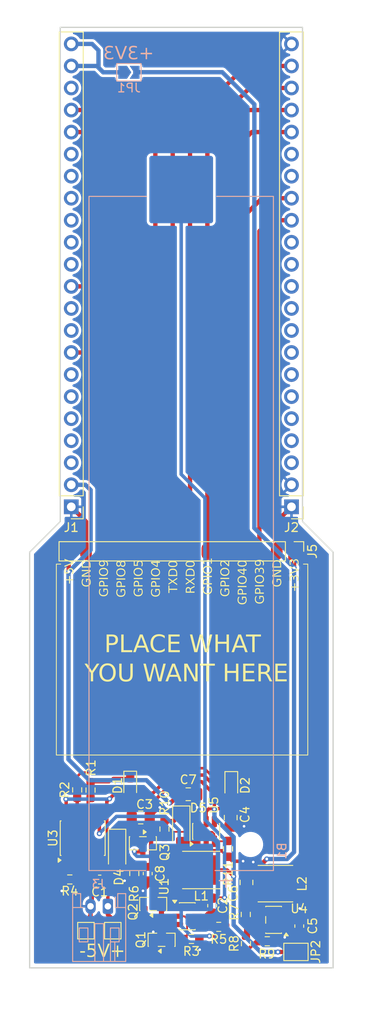
<source format=kicad_pcb>
(kicad_pcb (version 20241229) (generator "pcbnew") (generator_version "9.0")
  (layers (0 "F.Cu" signal) (2 "B.Cu" signal) (13 "F.Paste" user) (15 "B.Paste" user) (5 "F.SilkS" user "F.Silkscreen") (7 "B.SilkS" user "B.Silkscreen") (1 "F.Mask" user) (3 "B.Mask" user) (25 "Edge.Cuts" user))
  (net 0 "")
  (net 1 "/GPIO14")
  (net 2 "/GPIO13")
  (net 3 "/GPIO7")
  (net 4 "/GPIO8")
  (net 5 "/GPIO4")
  (net 6 "/GPIO18")
  (net 7 "/GPIO6")
  (net 8 "/GPIO12")
  (net 9 "/GPIO9")
  (net 10 "/GPIO11")
  (net 11 "+3V3")
  (net 12 "/GPIO17")
  (net 13 "/GPIO10")
  (net 14 "/GPIO5")
  (net 15 "/RST")
  (net 16 "/GPIO16")
  (net 17 "GND")
  (net 18 "+5V")
  (net 19 "/GPIO46")
  (net 20 "/GPIO3")
  (net 21 "/GPIO15")
  (net 22 "/GPIO48")
  (net 23 "/GPIO41")
  (net 24 "/GPIO35")
  (net 25 "/GPIO2")
  (net 26 "/TXD0")
  (net 27 "/GPIO42")
  (net 28 "/USB_DN")
  (net 29 "/USB_DP")
  (net 30 "/VSPI")
  (net 31 "/GPIO36")
  (net 32 "/RXD0")
  (net 33 "/GPIO1")
  (net 34 "/GPIO37")
  (net 35 "/BOOT")
  (net 36 "/GPIO39")
  (net 37 "/GPIO40")
  (net 38 "/GPIO38")
  (net 39 "/GPIO47")
  (net 40 "/GPIO21")
  (net 41 "/Power Manager/VBAT")
  (net 42 "/Power Manager/VBUS")
  (net 43 "Net-(U1-VCC)")
  (net 44 "/Power Manager/VSUP")
  (net 45 "Net-(D1-K)")
  (net 46 "Net-(D2-K)")
  (net 47 "Net-(D5-A)")
  (net 48 "Net-(U4-SW)")
  (net 49 "Net-(Q1-D)")
  (net 50 "Net-(Q1-G)")
  (net 51 "Net-(Q2-G)")
  (net 52 "Net-(U3-~{STDBY})")
  (net 53 "Net-(U3-~{CHRG})")
  (net 54 "Net-(U1-CS)")
  (net 55 "Net-(U3-PROG)")
  (net 56 "Net-(R7-Pad2)")
  (net 57 "Net-(U4-FB)")
  (net 58 "Net-(U5-FB)")
  (net 61 "/Power Manager/GNDV")
  (net 62 "Net-(J1-Pin_21)")
  (net 63 "Net-(JP2-B)")
  (footprint "TestPoint:TestPoint_Pad_1.5x1.5mm" (layer "F.Cu") (at 133.01 148.24)
    (property "Reference" "TP1" (hide yes))
    (property "Value" "TestPoint")
  )
  (footprint "Diode_SMD:D_SOD-123" (layer "F.Cu") (at 133.51 138.91 -90)
    (property "Reference" "D4")
    (property "Value" "1N5819")
  )
  (footprint "Inductor_SMD:L_Taiyo-Yuden_MD-4040" (layer "F.Cu") (at 151.76875 142.82125 180)
    (property "Reference" "L2")
    (property "Value" "2.2uH")
  )
  (footprint "Capacitor_SMD:C_0805_2012Metric_Pad1.18x1.45mm_HandSolder" (layer "F.Cu") (at 148.42875 142.68125 90)
    (property "Reference" "C6")
    (property "Value" "10uF")
  )
  (footprint "Package_TO_SOT_SMD:SOT-23-6" (layer "F.Cu") (at 143.7775 136.8 90)
    (property "Reference" "U5")
    (property "Value" "SDB628")
  )
  (footprint "Capacitor_SMD:C_0603_1608Metric_Pad1.08x0.95mm_HandSolder" (layer "F.Cu") (at 131.5 142.3475 180)
    (property "Reference" "C1")
    (property "Value" "4.7uF")
  )
  (footprint "Capacitor_SMD:C_0603_1608Metric" (layer "F.Cu") (at 137.04 141.66 -90)
    (property "Reference" "C8")
    (property "Value" "1uF")
  )
  (footprint "Package_TO_SOT_SMD:SOT-23-6" (layer "F.Cu") (at 141.6 146.5783)
    (property "Reference" "U1")
    (property "Value" "DW01A")
  )
  (footprint "Inductor_SMD:L_Coilcraft_XxL4030" (layer "F.Cu") (at 143.21 141.25 180)
    (property "Reference" "L1")
    (property "Value" "22uH")
  )
  (footprint "Jumper:SolderJumper-2_P1.3mm_Open_TrianglePad1.0x1.5mm" (layer "F.Cu") (at 154.135 150.69)
    (property "Reference" "JP2")
    (property "Value" "Jumper_2_Open")
  )
  (footprint "Resistor_SMD:R_0603_1608Metric_Pad0.98x0.95mm_HandSolder" (layer "F.Cu") (at 128.9025 132.0175 90)
    (property "Reference" "R2")
    (property "Value" "470")
  )
  (footprint "Resistor_SMD:R_0603_1608Metric" (layer "F.Cu") (at 145.23 147.8 180)
    (property "Reference" "R5")
    (property "Value" "100")
  )
  (footprint "Capacitor_SMD:C_0603_1608Metric_Pad1.08x0.95mm_HandSolder" (layer "F.Cu") (at 144.47 145.36 90)
    (property "Reference" "C2")
    (property "Value" "100nF")
  )
  (footprint "Package_TO_SOT_SMD:SOT-23-5" (layer "F.Cu") (at 151.55875 146.99375 180)
    (property "Reference" "U4")
    (property "Value" "TLV62565DBVR")
  )
  (footprint "Resistor_SMD:R_0603_1608Metric_Pad0.98x0.95mm_HandSolder" (layer "F.Cu") (at 148.36875 149.73125 -90)
    (property "Reference" "R8")
    (property "Value" "510k")
  )
  (footprint "Capacitor_SMD:C_0805_2012Metric_Pad1.18x1.45mm_HandSolder" (layer "F.Cu") (at 141.7125 132.52)
    (property "Reference" "C7")
    (property "Value" "22uF")
  )
  (footprint "Package_SO:SOP-8_3.76x4.96mm_P1.27mm" (layer "F.Cu") (at 129.5375 137.58 90)
    (property "Reference" "U3")
    (property "Value" "TP4056")
  )
  (footprint "Resistor_SMD:R_0603_1608Metric_Pad0.98x0.95mm_HandSolder" (layer "F.Cu") (at 150.83 149.46)
    (property "Reference" "R9")
    (property "Value" "120k")
  )
  (footprint "Resistor_SMD:R_0603_1608Metric" (layer "F.Cu") (at 135.49 141.66 90)
    (property "Reference" "R6")
    (property "Value" "100k")
  )
  (footprint "Connector_PinHeader_2.00mm:PinHeader_1x14_P2.00mm_Vertical" (layer "F.Cu") (at 153.92 104.5266 -90)
    (property "Reference" "J5")
    (property "Value" "Conn_01x15")
  )
  (footprint "Connector_PinHeader_2.54mm:PinHeader_1x22_P2.54mm_Vertical" (layer "F.Cu") (at 153.62 99.4 180)
    (property "Reference" "J2")
    (property "Value" "Conn_01x22")
  )
  (footprint "Package_TO_SOT_SMD:SOT-23" (layer "F.Cu") (at 136.48 138.17 -90)
    (property "Reference" "Q3")
    (property "Value" "DMP2160U-7")
  )
  (footprint "Diode_SMD:D_SOD-123" (layer "F.Cu") (at 140.91 136.23 -90)
    (property "Reference" "D5")
    (property "Value" "1N5819")
  )
  (footprint "Connector_PinHeader_2.54mm:PinHeader_1x22_P2.54mm_Vertical" (layer "F.Cu") (at 128.22 99.4 180)
    (property "Reference" "J1")
    (property "Value" "Conn_01x22")
  )
  (footprint "Resistor_SMD:R_0603_1608Metric_Pad0.98x0.95mm_HandSolder" (layer "F.Cu") (at 148.34875 146.37125 -90)
    (property "Reference" "R7")
    (property "Value" "30k")
  )
  (footprint "TestPoint:TestPoint_Pad_1.5x1.5mm" (layer "F.Cu") (at 129.91 148.24)
    (property "Reference" "TP2" (hide yes))
    (property "Value" "TestPoint")
  )
  (footprint "Capacitor_SMD:C_0603_1608Metric_Pad1.08x0.95mm_HandSolder" (layer "F.Cu") (at 154.51875 147.71 90)
    (property "Reference" "C5")
    (property "Value" "4.7uF")
  )
  (footprint "Capacitor_SMD:C_0805_2012Metric_Pad1.18x1.45mm_HandSolder" (layer "F.Cu") (at 146.61 135.21 -90)
    (property "Reference" "C4")
    (property "Value" "22uF")
  )
  (footprint "Package_TO_SOT_SMD:SOT-23" (layer "F.Cu") (at 137.67 145.1625 90)
    (property "Reference" "Q2")
    (property "Value" "Q_NMOS_DGS")
  )
  (footprint "Package_TO_SOT_SMD:SOT-23" (layer "F.Cu") (at 138.64 149.29 90)
    (property "Reference" "Q1")
    (property "Value" "Q_NMOS_DGS")
  )
  (footprint "Capacitor_SMD:C_0805_2012Metric_Pad1.18x1.45mm_HandSolder" (layer "F.Cu") (at 136.23 135.2)
    (property "Reference" "C3")
    (property "Value" "22uF")
  )
  (footprint "LED_SMD:LED_0603_1608Metric_Pad1.05x0.95mm_HandSolder" (layer "F.Cu") (at 146.68 131.57 -90)
    (property "Reference" "D2")
    (property "Value" "STAT")
  )
  (footprint "Resistor_SMD:R_0603_1608Metric_Pad0.98x0.95mm_HandSolder" (layer "F.Cu") (at 130.4425 132.04 90)
    (property "Reference" "R1")
    (property "Value" "1k")
  )
  (footprint "LED_SMD:LED_0603_1608Metric_Pad1.05x0.95mm_HandSolder" (layer "F.Cu") (at 135.02 131.5266 -90)
    (property "Reference" "D1")
    (property "Value" "STA")
  )
  (footprint "Resistor_SMD:R_0603_1608Metric_Pad0.98x0.95mm_HandSolder" (layer "F.Cu") (at 146.3025 138.81 -90)
    (property "Reference" "R11")
    (property "Value" "2.2k")
  )
  (footprint "Resistor_SMD:R_0603_1608Metric_Pad0.98x0.95mm_HandSolder" (layer "F.Cu") (at 142.08 149.19 180)
    (property "Reference" "R3")
    (property "Value" "1k")
  )
  (footprint "Resistor_SMD:R_0603_1608Metric_Pad0.98x0.95mm_HandSolder" (layer "F.Cu") (at 138.97 136.53 -90)
    (property "Reference" "R10")
    (property "Value" "16.2k")
  )
  (footprint "Resistor_SMD:R_0603_1608Metric_Pad0.98x0.95mm_HandSolder" (layer "F.Cu") (at 128.05 142.34)
    (property "Reference" "R4")
    (property "Value" "1.2k")
  )
  (footprint "MR-footprint:BatteryHolder_MYOUNG_B1BA002_1x18650" (layer "B.Cu") (at 140.9 102.47 -90)
    (property "Reference" "B1")
    (property "Value" "BH-18650-B1BA002")
  )
  (footprint "Connector_JST:JST_PH_S2B-PH-K_1x02_P2.00mm_Horizontal" (layer "B.Cu") (at 132.44 145.43 180)
    (property "Reference" "J3")
    (property "Value" "Conn_01x02")
  )
  (footprint "Jumper:SolderJumper-2_P1.3mm_Open_TrianglePad1.0x1.5mm" (layer "B.Cu") (at 134.87 49.33)
    (property "Reference" "JP1")
    (property "Value" "Jumper_2_Open")
  )
  (gr_line (start 126.5 106) (end 127 106) (stroke (width 0.1)) (layer "F.SilkS"))
  (gr_line (start 155.5 128) (end 126.5 128) (stroke (width 0.1)) (layer "F.SilkS"))
  (gr_line (start 126.5 128) (end 126.5 106) (stroke (width 0.1)) (layer "F.SilkS"))
  (gr_line (start 155 106) (end 155.5 106) (stroke (width 0.1)) (layer "F.SilkS"))
  (gr_line (start 155.5 106) (end 155.5 128) (stroke (width 0.1)) (layer "F.SilkS"))
  (gr_line (start 158.42 104.62) (end 154.89 101.09) (stroke (width 0.15)) (layer "Edge.Cuts"))
  (gr_line (start 158.42 152.5266) (end 123.42 152.5266) (stroke (width 0.15)) (layer "Edge.Cuts"))
  (gr_line (start 154.89 101.09) (end 154.89 44.15) (stroke (width 0.15)) (layer "Edge.Cuts"))
  (gr_line (start 126.95 44.15) (end 126.95 101.09) (stroke (width 0.15)) (layer "Edge.Cuts"))
  (gr_line (start 154.89 44.15) (end 126.95 44.15) (stroke (width 0.15)) (layer "Edge.Cuts"))
  (gr_line (start 123.42 104.62) (end 126.95 101.09) (stroke (width 0.15)) (layer "Edge.Cuts"))
  (gr_line (start 158.42 104.62) (end 158.42 152.5266) (stroke (width 0.15)) (layer "Edge.Cuts"))
  (gr_line (start 123.42 152.5266) (end 123.42 104.62) (stroke (width 0.15)) (layer "Edge.Cuts"))
  (gr_text "GPIO1" (at 144.608876 109.561975 90) (layer "F.SilkS") (effects (font (size 1 1) (thickness 0.1)) (justify left bottom)))
  (gr_text "GND" (at 152.601775 108.67 90) (layer "F.SilkS") (effects (font (size 1 1) (thickness 0.1)) (justify left bottom)))
  (gr_text "GPIO8" (at 134.617752 109.853112 90) (layer "F.SilkS") (effects (font (size 1 1) (thickness 0.1)) (justify left bottom)))
  (gr_text "GPIO40" (at 148.605325 110.719686 90) (layer "F.SilkS") (effects (font (size 1 1) (thickness 0.1)) (justify left bottom)))
  (gr_text "-5V+" (at 129.15 151.52 0) (layer "F.SilkS") (effects (font (size 1.5 1.5) (thickness 0.1)) (justify left bottom)))
  (gr_text "TXD0" (at 140.612426 109.330433 90) (layer "F.SilkS") (effects (font (size 1 1) (thickness 0.1)) (justify left bottom)))
  (gr_text "GPIO5" (at 136.615976 109.794494 90) (layer "F.SilkS") (effects (font (size 1 1) (thickness 0.1)) (justify left bottom)))
  (gr_text "PLACE WHAT \nYOU WANT HERE" (at 141.5 117 0) (layer "F.SilkS") (effects (font (size 2 2) (thickness 0.1))))
  (gr_text "GPIO2" (at 146.607101 109.784724 90) (layer "F.SilkS") (effects (font (size 1 1) (thickness 0.1)) (justify left bottom)))
  (gr_text "GPIO4" (at 138.614201 109.831619 90) (layer "F.SilkS") (effects (font (size 1 1) (thickness 0.1)) (justify left bottom)))
  (gr_text "GPIO9" (at 132.619527 109.79254 90) (layer "F.SilkS") (effects (font (size 1 1) (thickness 0.1)) (justify left bottom)))
  (gr_text "+3V3" (at 154.6 109.229805 90) (layer "F.SilkS") (effects (font (size 1 1) (thickness 0.1)) (justify left bottom)))
  (gr_text "RXD0" (at 142.610651 109.436922 90) (layer "F.SilkS") (effects (font (size 1 1) (thickness 0.1)) (justify left bottom)))
  (gr_text "GPIO39" (at 150.60355 110.633712 90) (layer "F.SilkS") (effects (font (size 1 1) (thickness 0.1)) (justify left bottom)))
  (gr_text "+5V" (at 128.623077 108.396448 90) (layer "F.SilkS") (effects (font (size 1 1) (thickness 0.1)) (justify left bottom)))
  (gr_text "GND" (at 130.621302 108.67 90) (layer "F.SilkS") (effects (font (size 1 1) (thickness 0.1)) (justify left bottom)))
  (gr_text "+3V3" (at 137.76 48.08 0) (layer "B.SilkS") (effects (font (size 1.5 1.5) (thickness 0.1)) (justify left bottom mirror)))
  (segment (start 133.92 104.5266) (end 133.92 76) (width 0.5) (layer "F.Cu") (net 4))
  (segment (start 133.92 76) (end 131.92 74) (width 0.5) (layer "F.Cu") (net 4))
  (segment (start 131.92 74) (end 128.22 74) (width 0.5) (layer "F.Cu") (net 4))
  (segment (start 137.92 56.75) (end 134.85 53.68) (width 0.5) (layer "F.Cu") (net 5))
  (segment (start 137.92 104.5266) (end 137.92 56.75) (width 0.5) (layer "F.Cu") (net 5))
  (segment (start 134.85 53.68) (end 128.22 53.68) (width 0.5) (layer "F.Cu") (net 5))
  (segment (start 130.74 81.62) (end 128.22 81.62) (width 0.5) (layer "F.Cu") (net 9))
  (segment (start 131.92 82.8) (end 130.74 81.62) (width 0.5) (layer "F.Cu") (net 9))
  (segment (start 131.92 104.5266) (end 131.92 82.8) (width 0.5) (layer "F.Cu") (net 9))
  (segment (start 149.47125 143.71875) (end 150.36875 142.82125) (width 0.5) (layer "F.Cu") (net 11))
  (segment (start 150.36875 142.82125) (end 150.36875 140.38125) (width 0.5) (layer "F.Cu") (net 11))
  (segment (start 153.92 106.43) (end 153.92 104.5266) (width 0.5) (layer "F.Cu") (net 11))
  (segment (start 148.42875 143.71875) (end 149.47125 143.71875) (width 0.5) (layer "F.Cu") (net 11))
  (segment (start 148.34875 143.79875) (end 148.42875 143.71875) (width 0.5) (layer "F.Cu") (net 11))
  (segment (start 148.34875 145.45875) (end 148.34875 143.79875) (width 0.5) (layer "F.Cu") (net 11))
  (segment (start 150.36875 140.38125) (end 150.77 139.98) (width 0.5) (layer "F.Cu") (net 11))
  (via (at 150.77 139.98) (size 0.6) (drill 0.3) (layers "F.Cu" "B.Cu") (net 11))
  (via (at 153.92 106.43) (size 0.6) (drill 0.3) (layers "F.Cu" "B.Cu") (net 11))
  (segment (start 145.64 49.32) (end 149.34 53.02) (width 0.5) (layer "B.Cu") (net 11))
  (segment (start 149.34 101.85) (end 153.92 106.43) (width 0.5) (layer "B.Cu") (net 11))
  (segment (start 153.12 139.98) (end 150.77 139.98) (width 0.5) (layer "B.Cu") (net 11))
  (segment (start 153.92 106.43) (end 153.92 139.18) (width 0.5) (layer "B.Cu") (net 11))
  (segment (start 135.600903 49.33) (end 135.600903 49.324097) (width 0.5) (layer "B.Cu") (net 11))
  (segment (start 135.600903 49.324097) (end 135.605 49.32) (width 0.5) (layer "B.Cu") (net 11))
  (segment (start 153.92 139.18) (end 153.12 139.98) (width 0.5) (layer "B.Cu") (net 11))
  (segment (start 149.34 53.02) (end 149.34 101.85) (width 0.5) (layer "B.Cu") (net 11))
  (segment (start 135.605 49.32) (end 145.64 49.32) (width 0.5) (layer "B.Cu") (net 11))
  (segment (start 135.92 57.9) (end 134.24 56.22) (width 0.5) (layer "F.Cu") (net 14))
  (segment (start 135.92 104.5266) (end 135.92 57.9) (width 0.5) (layer "F.Cu") (net 14))
  (segment (start 134.24 56.22) (end 128.22 56.22) (width 0.5) (layer "F.Cu") (net 14))
  (segment (start 145.61 139.03) (end 146.3025 139.7225) (width 0.4) (layer "F.Cu") (net 17))
  (segment (start 144.18 139.03) (end 145.61 139.03) (width 0.4) (layer "F.Cu") (net 17))
  (segment (start 148.1125 136.2475) (end 148.15 136.21) (width 0.3) (layer "F.Cu") (net 17))
  (segment (start 142.9925 150.3925) (end 143.03 150.43) (width 0.4) (layer "F.Cu") (net 17))
  (segment (start 142.75 132.52) (end 142.75 134.0225) (width 0.3) (layer "F.Cu") (net 17))
  (segment (start 146.61 136.2475) (end 148.1125 136.2475) (width 0.3) (layer "F.Cu") (net 17))
  (segment (start 149.21 140.33) (end 149.21 140.8625) (width 0.4) (layer "F.Cu") (net 17))
  (segment (start 129.91 147.08) (end 130.44 146.55) (width 0.5) (layer "F.Cu") (net 17))
  (segment (start 130.1725 141.8825) (end 130.6375 142.3475) (width 0.4) (layer "F.Cu") (net 17))
  (segment (start 138.4275 134.04) (end 137.2675 135.2) (width 0.3) (layer "F.Cu") (net 17))
  (segment (start 152.1925 149.01) (end 151.7425 149.46) (width 0.4) (layer "F.Cu") (net 17))
  (segment (start 130.6375 145.2325) (end 130.44 145.43) (width 0.4) (layer "F.Cu") (net 17))
  (segment (start 154.47375 146.99375) (end 154.51875 146.94875) (width 0.4) (layer "F.Cu") (net 17))
  (segment (start 129.92 104.5266) (end 129.92 101.1) (width 0.5) (layer "F.Cu") (net 17))
  (segment (start 129.91 148.24) (end 129.91 147.08) (width 0.5) (layer "F.Cu") (net 17))
  (segment (start 149.21 140.8625) (end 148.42875 141.64375) (width 0.4) (layer "F.Cu") (net 17))
  (segment (start 151.92 104.5266) (end 151.92 101.1) (width 0.5) (layer "F.Cu") (net 17))
  (segment (start 143.7775 138.6275) (end 144.18 139.03) (width 0.4) (layer "F.Cu") (net 17))
  (segment (start 138.0625 148.3525) (end 138.64 148.3525) (width 0.4) (layer "F.Cu") (net 17))
  (segment (start 154.51875 145.74125) (end 154.57875 145.68125) (width 0.5) (layer "F.Cu") (net 17))
  (segment (start 148.04 140.23) (end 148.03 140.24) (width 0.4) (layer "F.Cu") (net 17))
  (segment (start 138.045 148.37) (end 138.0625 148.3525) (width 0.4) (layer "F.Cu") (net 17))
  (segment (start 152.69625 146.99375) (end 154.47375 146.99375) (width 0.4) (layer "F.Cu") (net 17))
  (segment (start 129.92 101.1) (end 128.22 99.4) (width 0.5) (layer "F.Cu") (net 17))
  (segment (start 146.82 140.24) (end 146.3025 139.7225) (width 0.4) (layer "F.Cu") (net 17))
  (segment (start 127.6325 141.845) (end 127.1375 142.34) (width 0.4) (layer "F.Cu") (net 17))
  (segment (start 134.375 142.485) (end 135.49 142.485) (width 0.4) (layer "F.Cu") (net 17))
  (segment (start 154.51875 146.94875) (end 154.51875 146.8475) (width 0.4) (layer "F.Cu") (net 17))
  (segment (start 136.49 143.65) (end 137.04 143.1) (width 0.4) (layer "F.Cu") (net 17))
  (segment (start 151.92 101.1) (end 153.62 99.4) (width 0.5) (layer "F.Cu") (net 17))
  (segment (start 137.68 148.37) (end 138.045 148.37) (width 0.4) (layer "F.Cu") (net 17))
  (segment (start 154.51875 146.8475) (end 154.51875 145.74125) (width 0.5) (layer "F.Cu") (net 17))
  (segment (start 143.7775 137.9375) (end 143.7775 138.6275) (width 0.4) (layer "F.Cu") (net 17))
  (segment (start 130.1725 140.1175) (end 130.1725 141.8825) (width 0.4) (layer "F.Cu") (net 17))
  (segment (start 127.6325 140.1175) (end 127.6325 141.845) (width 0.4) (layer "F.Cu") (net 17))
  (segment (start 127.1375 142.34) (end 127.1375 143.6425) (width 0.4) (layer "F.Cu") (net 17))
  (segment (start 137.04 143.1) (end 137.04 142.435) (width 0.4) (layer "F.Cu") (net 17))
  (segment (start 142.75 134.0225) (end 142.7425 134.03) (width 0.3) (layer "F.Cu") (net 17))
  (segment (start 130.6375 142.3475) (end 130.6375 145.2325) (width 0.4) (layer "F.Cu") (net 17))
  (segment (start 152.84 149.01) (end 152.1925 149.01) (width 0.4) (layer "F.Cu") (net 17))
  (segment (start 127.1375 143.6425) (end 127.12 143.66) (width 0.4) (layer "F.Cu") (net 17))
  (segment (start 142.9925 149.19) (end 142.9925 150.3925) (width 0.4) (layer "F.Cu") (net 17))
  (segment (start 148.03 140.24) (end 146.82 140.24) (width 0.4) (layer "F.Cu") (net 17))
  (segment (start 130.44 146.55) (end 130.44 145.43) (width 0.5) (layer "F.Cu") (net 17))
  (via (at 152.84 149.01) (size 0.6) (drill 0.3) (layers "F.Cu" "B.Cu") (net 17))
  (via (at 142.7425 134.03) (size 0.6) (drill 0.3) (layers "F.Cu" "B.Cu") (net 17))
  (via (at 136.49 143.65) (size 0.6) (drill 0.3) (layers "F.Cu" "B.Cu") (net 17))
  (via (at 138.4275 134.04) (size 0.6) (drill 0.3) (layers "F.Cu" "B.Cu") (net 17))
  (via (at 137.68 148.37) (size 0.6) (drill 0.3) (layers "F.Cu" "B.Cu") (net 17))
  (via (at 154.57875 145.68125) (size 0.6) (drill 0.3) (layers "F.Cu" "B.Cu") (net 17))
  (via (at 148.04 140.23) (size 0.6) (drill 0.3) (layers "F.Cu" "B.Cu") (net 17))
  (via (at 127.12 143.66) (size 0.6) (drill 0.3) (layers "F.Cu" "B.Cu") (net 17))
  (via (at 134.375 142.485) (size 0.6) (drill 0.3) (layers "F.Cu" "B.Cu") (net 17))
  (via (at 143.03 150.43) (size 0.6) (drill 0.3) (layers "F.Cu" "B.Cu") (net 17))
  (via (at 149.21 140.33) (size 0.6) (drill 0.3) (layers "F.Cu" "B.Cu") (net 17))
  (via (at 148.15 136.21) (size 0.6) (drill 0.3) (layers "F.Cu" "B.Cu") (net 17))
  (segment (start 140.7425 134.2625) (end 140.7425 132.5875) (width 0.5) (layer "F.Cu") (net 18))
  (segment (start 140.86 134.63) (end 140.86 134.78) (width 0.5) (layer "F.Cu") (net 18))
  (segment (start 140.86 134.78) (end 140.0225 135.6175) (width 0.5) (layer "F.Cu") (net 18))
  (segment (start 140.91 134.43) (end 140.7425 134.2625) (width 0.5) (layer "F.Cu") (net 18))
  (segment (start 127.92 104.5266) (end 127.92 106.84) (width 0.5) (layer "F.Cu") (net 18))
  (segment (start 140.91 134.58) (end 140.86 134.63) (width 0.5) (layer "F.Cu") (net 18))
  (segment (start 127.92 106.84) (end 127.95 106.87) (width 0.5) (layer "F.Cu") (net 18))
  (segment (start 139.53 133.54) (end 139.655 133.54) (width 0.5) (layer "F.Cu") (net 18))
  (segment (start 140.0225 135.6175) (end 138.97 135.6175) (width 0.5) (layer "F.Cu") (net 18))
  (segment (start 140.91 134.58) (end 140.91 134.43) (width 0.5) (layer "F.Cu") (net 18))
  (segment (start 139.655 133.54) (end 140.675 132.52) (width 0.5) (layer "F.Cu") (net 18))
  (segment (start 140.7425 132.5875) (end 140.675 132.52) (width 0.5) (layer "F.Cu") (net 18))
  (via (at 139.53 133.54) (size 0.6) (drill 0.3) (layers "F.Cu" "B.Cu") (net 18))
  (via (at 127.95 106.87) (size 0.6) (drill 0.3) (layers "F.Cu" "B.Cu") (net 18))
  (segment (start 127.9 128.51) (end 127.9 106.92) (width 0.5) (layer "B.Cu") (net 18))
  (segment (start 129.85 96.86) (end 128.22 96.86) (width 0.5) (layer "B.Cu") (net 18))
  (segment (start 136.89 130.9) (end 130.29 130.9) (width 0.5) (layer "B.Cu") (net 18))
  (segment (start 127.9 106.92) (end 130.45 104.37) (width 0.5) (layer "B.Cu") (net 18))
  (segment (start 130.45 97.46) (end 129.85 96.86) (width 0.5) (layer "B.Cu") (net 18))
  (segment (start 139.53 133.54) (end 136.89 130.9) (width 0.5) (layer "B.Cu") (net 18))
  (segment (start 130.45 104.37) (end 130.45 97.46) (width 0.5) (layer "B.Cu") (net 18))
  (segment (start 130.29 130.9) (end 127.9 128.51) (width 0.5) (layer "B.Cu") (net 18))
  (segment (start 149.04 56.22) (end 153.62 56.22) (width 0.5) (layer "F.Cu") (net 25))
  (segment (start 145.92 59.34) (end 149.04 56.22) (width 0.5) (layer "F.Cu") (net 25))
  (segment (start 145.92 104.5266) (end 145.92 59.34) (width 0.5) (layer "F.Cu") (net 25))
  (segment (start 139.92 57) (end 148.32 48.6) (width 0.5) (layer "F.Cu") (net 26))
  (segment (start 139.92 104.5266) (end 139.92 57) (width 0.5) (layer "F.Cu") (net 26))
  (segment (start 148.32 48.6) (end 153.62 48.6) (width 0.5) (layer "F.Cu") (net 26))
  (segment (start 148.79 51.14) (end 153.62 51.14) (width 0.5) (layer "F.Cu") (net 32))
  (segment (start 141.92 58.01) (end 148.79 51.14) (width 0.5) (layer "F.Cu") (net 32))
  (segment (start 141.92 104.5266) (end 141.92 58.01) (width 0.5) (layer "F.Cu") (net 32))
  (segment (start 148.62 53.68) (end 153.62 53.68) (width 0.5) (layer "F.Cu") (net 33))
  (segment (start 143.92 58.38) (end 148.62 53.68) (width 0.5) (layer "F.Cu") (net 33))
  (segment (start 143.92 104.5266) (end 143.92 58.38) (width 0.5) (layer "F.Cu") (net 33))
  (segment (start 149.92 67.64) (end 151.18 66.38) (width 0.5) (layer "F.Cu") (net 36))
  (segment (start 149.92 104.5266) (end 149.92 67.64) (width 0.5) (layer "F.Cu") (net 36))
  (segment (start 151.18 66.38) (end 153.62 66.38) (width 0.5) (layer "F.Cu") (net 36))
  (segment (start 147.92 66.14) (end 150.22 63.84) (width 0.5) (layer "F.Cu") (net 37))
  (segment (start 147.92 104.5266) (end 147.92 66.14) (width 0.5) (layer "F.Cu") (net 37))
  (segment (start 150.22 63.84) (end 153.62 63.84) (width 0.5) (layer "F.Cu") (net 37))
  (segment (start 144.995 148.86) (end 146.055 147.8) (width 0.4) (layer "F.Cu") (net 41))
  (segment (start 131.46 137.05) (end 131.46 135.06) (width 0.4) (layer "F.Cu") (net 41))
  (segment (start 144.15 148.86) (end 144.995 148.86) (width 0.4) (layer "F.Cu") (net 41))
  (segment (start 135.5025 139.1075) (end 135.5 139.11) (width 0.5) (layer "F.Cu") (net 41))
  (segment (start 131.46 135.06) (end 131.4425 135.0425) (width 0.4) (layer "F.Cu") (net 41))
  (segment (start 136.48 139.1075) (end 135.5025 139.1075) (width 0.5) (layer "F.Cu") (net 41))
  (via (at 135.5 139.11) (size 0.6) (drill 0.3) (layers "F.Cu" "B.Cu") (net 41))
  (via (at 131.46 137.05) (size 0.6) (drill 0.3) (layers "F.Cu" "B.Cu") (net 41))
  (via (at 144.15 148.86) (size 0.6) (drill 0.3) (layers "F.Cu" "B.Cu") (net 41))
  (segment (start 140.42 142.1) (end 140.9 142.1) (width 0.4) (layer "B.Cu") (net 41))
  (segment (start 131.46 137.05) (end 133.44 135.07) (width 0.4) (layer "B.Cu") (net 41))
  (segment (start 140.67 136.67) (end 140.67 142.33) (width 0.4) (layer "B.Cu") (net 41))
  (segment (start 133.44 135.07) (end 139.07 135.07) (width 0.4) (layer "B.Cu") (net 41))
  (segment (start 135.8 139.67) (end 137.99 139.67) (width 0.4) (layer "B.Cu") (net 41))
  (segment (start 137.99 139.67) (end 140.42 142.1) (width 0.4) (layer "B.Cu") (net 41))
  (segment (start 142.05 148.86) (end 140.9 147.71) (width 0.4) (layer "B.Cu") (net 41))
  (segment (start 135.5 139.11) (end 135.5 139.37) (width 0.4) (layer "B.Cu") (net 41))
  (segment (start 135.5 139.37) (end 135.8 139.67) (width 0.4) (layer "B.Cu") (net 41))
  (segment (start 144.15 148.86) (end 142.05 148.86) (width 0.4) (layer "B.Cu") (net 41))
  (segment (start 140.9 147.71) (end 140.9 142.1) (width 0.4) (layer "B.Cu") (net 41))
  (segment (start 140.67 142.33) (end 140.9 142.1) (width 0.4) (layer "B.Cu") (net 41))
  (segment (start 139.07 135.07) (end 140.67 136.67) (width 0.4) (layer "B.Cu") (net 41))
  (segment (start 145.625 132.445) (end 146.68 132.445) (width 0.4) (layer "F.Cu") (net 42))
  (segment (start 132.44 146.39) (end 132.44 145.43) (width 0.5) (layer "F.Cu") (net 42))
  (segment (start 132.64 133.04) (end 133.2784 132.4016) (width 0.4) (layer "F.Cu") (net 42))
  (segment (start 127.6325 135.0425) (end 127.6325 133.1125) (width 0.4) (layer "F.Cu") (net 42))
  (segment (start 135.49 140.835) (end 134.675 140.835) (width 0.4) (layer "F.Cu") (net 42))
  (segment (start 137.6384 132.4016) (end 139.73 130.31) (width 0.4) (layer "F.Cu") (net 42))
  (segment (start 137.43 137.2325) (end 137.43 140.495) (width 0.5) (layer "F.Cu") (net 42))
  (segment (start 132.32 138) (end 132.32 133.36) (width 0.4) (layer "F.Cu") (net 42))
  (segment (start 131.885 140.56) (end 133.51 140.56) (width 0.4) (layer "F.Cu") (net 42))
  (segment (start 137.04 140.885) (end 136.99 140.835) (width 0.5) (layer "F.Cu") (net 42))
  (segment (start 131.4425 138.8775) (end 132.32 138) (width 0.4) (layer "F.Cu") (net 42))
  (segment (start 137.43 140.495) (end 137.04 140.885) (width 0.5) (layer "F.Cu") (net 42))
  (segment (start 133.2784 132.4016) (end 135.02 132.4016) (width 0.4) (layer "F.Cu") (net 42))
  (segment (start 131.4425 140.1175) (end 131.4425 141.4275) (width 0.4) (layer "F.Cu") (net 42))
  (segment (start 143.49 130.31) (end 145.625 132.445) (width 0.4) (layer "F.Cu") (net 42))
  (segment (start 134.4 140.56) (end 133.51 140.56) (width 0.4) (layer "F.Cu") (net 42))
  (segment (start 131.4425 140.1175) (end 131.885 140.56) (width 0.4) (layer "F.Cu") (net 42))
  (segment (start 131.4425 140.1175) (end 131.4425 138.8775) (width 0.4) (layer "F.Cu") (net 42))
  (segment (start 127.6325 133.1125) (end 127.6 133.08) (width 0.4) (layer "F.Cu") (net 42))
  (segment (start 139.73 130.31) (end 143.49 130.31) (width 0.4) (layer "F.Cu") (net 42))
  (segment (start 135.02 132.4016) (end 137.6384 132.4016) (width 0.4) (layer "F.Cu") (net 42))
  (segment (start 132.32 133.36) (end 132.64 133.04) (width 0.4) (layer "F.Cu") (net 42))
  (segment (start 134.675 140.835) (end 134.4 140.56) (width 0.4) (layer "F.Cu") (net 42))
  (segment (start 131.4425 141.4275) (end 132.3625 142.3475) (width 0.4) (layer "F.Cu") (net 42))
  (segment (start 132.44 142.425) (end 132.3625 142.3475) (width 0.4) (layer "F.Cu") (net 42))
  (segment (start 132.44 145.43) (end 132.44 142.425) (width 0.4) (layer "F.Cu") (net 42))
  (segment (start 133.01 148.24) (end 133.01 146.96) (width 0.5) (layer "F.Cu") (net 42))
  (segment (start 136.99 140.835) (end 135.49 140.835) (width 0.5) (layer "F.Cu") (net 42))
  (segment (start 133.01 146.96) (end 132.44 146.39) (width 0.5) (layer "F.Cu") (net 42))
  (via (at 132.64 133.04) (size 0.6) (drill 0.3) (layers "F.Cu" "B.Cu") (net 42))
  (via (at 127.6 133.08) (size 0.6) (drill 0.3) (layers "F.Cu" "B.Cu") (net 42))
  (segment (start 132.6 133.08) (end 132.64 133.04) (width 0.4) (layer "B.Cu") (net 42))
  (segment (start 127.6 133.08) (end 132.6 133.08) (width 0.4) (layer "B.Cu") (net 42))
  (segment (start 144.405 147.8) (end 144.47 147.735) (width 0.4) (layer "F.Cu") (net 43))
  (segment (start 142.7375 146.5783) (end 143.6117 146.5783) (width 0.4) (layer "F.Cu") (net 43))
  (segment (start 143.9675 146.2225) (end 144.47 146.2225) (width 0.4) (layer "F.Cu") (net 43))
  (segment (start 143.6117 146.5783) (end 143.9675 146.2225) (width 0.4) (layer "F.Cu") (net 43))
  (segment (start 144.47 147.735) (end 144.47 146.2225) (width 0.4) (layer "F.Cu") (net 43))
  (segment (start 137.65 133.43) (end 135.63 133.43) (width 0.4) (layer "F.Cu") (net 44))
  (segment (start 143.25 131.07) (end 140.01 131.07) (width 0.4) (layer "F.Cu") (net 44))
  (segment (start 146.95 141.99) (end 146.21 141.25) (width 0.4) (layer "F.Cu") (net 44))
  (segment (start 133.51 137.26) (end 135.5025 137.26) (width 0.4) (layer "F.Cu") (net 44))
  (segment (start 140.01 131.07) (end 137.65 133.43) (width 0.4) (layer "F.Cu") (net 44))
  (segment (start 135.53 135.5375) (end 135.1925 135.2) (width 0.4) (layer "F.Cu") (net 44))
  (segment (start 144.7275 134.2375) (end 144.6625 134.1725) (width 0.4) (layer "F.Cu") (net 44))
  (segment (start 135.1925 133.8675) (end 135.1925 135.2) (width 0.4) (layer "F.Cu") (net 44))
  (segment (start 144.7275 132.5475) (end 143.25 131.07) (width 0.4) (layer "F.Cu") (net 44))
  (segment (start 144.7275 134.2375) (end 144.7275 135.6625) (width 0.4) (layer "F.Cu") (net 44))
  (segment (start 143.7775 134.5125) (end 143.7775 135.6625) (width 0.4) (layer "F.Cu") (net 44))
  (segment (start 135.63 133.43) (end 135.1925 133.8675) (width 0.4) (layer "F.Cu") (net 44))
  (segment (start 153.41 150.69) (end 152.06 150.69) (width 0.5) (layer "F.Cu") (net 44))
  (segment (start 144.6625 134.1725) (end 144.1175 134.1725) (width 0.4) (layer "F.Cu") (net 44))
  (segment (start 135.5025 137.26) (end 135.53 137.2325) (width 0.4) (layer "F.Cu") (net 44))
  (segment (start 152.06 150.69) (end 152.05 150.7) (width 0.5) (layer "F.Cu") (net 44))
  (segment (start 135.53 137.2325) (end 135.53 135.5375) (width 0.4) (layer "F.Cu") (net 44))
  (segment (start 144.7275 134.2375) (end 144.7925 134.1725) (width 0.4) (layer "F.Cu") (net 44))
  (segment (start 144.1175 134.1725) (end 143.7775 134.5125) (width 0.4) (layer "F.Cu") (net 44))
  (segment (start 146.21 141.25) (end 144.395 141.25) (width 0.4) (layer "F.Cu") (net 44))
  (segment (start 144.7925 134.1725) (end 146.61 134.1725) (width 0.4) (layer "F.Cu") (net 44))
  (segment (start 144.7275 134.2375) (end 144.7275 132.5475) (width 0.4) (layer "F.Cu") (net 44))
  (via (at 144.7275 134.2375) (size 0.6) (drill 0.3) (layers "F.Cu" "B.Cu") (net 44))
  (via (at 152.05 150.7) (size 0.6) (drill 0.3) (layers "F.Cu" "B.Cu") (net 44))
  (via (at 146.95 141.99) (size 0.6) (drill 0.3) (layers "F.Cu" "B.Cu") (net 44))
  (segment (start 146.95 147.59) (end 146.95 141.99) (width 0.5) (layer "B.Cu") (net 44))
  (segment (start 144.7325 134.2425) (end 144.7325 135.2325) (width 0.5) (layer "B.Cu") (net 44))
  (segment (start 150.06 150.7) (end 146.95 147.59) (width 0.5) (layer "B.Cu") (net 44))
  (segment (start 152.05 150.7) (end 150.06 150.7) (width 0.5) (layer "B.Cu") (net 44))
  (segment (start 144.7275 134.2375) (end 144.7325 134.2425) (width 0.5) (layer "B.Cu") (net 44))
  (segment (start 146.95 137.45) (end 146.95 141.99) (width 0.5) (layer "B.Cu") (net 44))
  (segment (start 144.7325 135.2325) (end 146.95 137.45) (width 0.5) (layer "B.Cu") (net 44))
  (segment (start 130.4425 131.1275) (end 132.5825 131.1275) (width 0.3) (layer "F.Cu") (net 45))
  (segment (start 133.0584 130.6516) (end 135.02 130.6516) (width 0.3) (layer "F.Cu") (net 45))
  (segment (start 132.5825 131.1275) (end 133.0584 130.6516) (width 0.3) (layer "F.Cu") (net 45))
  (segment (start 146.68 130.695) (end 144.725 130.695) (width 0.3) (layer "F.Cu") (net 46))
  (segment (start 132.19 130.03) (end 129.35 130.03) (width 0.3) (layer "F.Cu") (net 46))
  (segment (start 143.55 129.52) (end 132.7 129.52) (width 0.3) (layer "F.Cu") (net 46))
  (segment (start 132.7 129.52) (end 132.19 130.03) (width 0.3) (layer "F.Cu") (net 46))
  (segment (start 129.35 130.03) (end 128.9025 130.4775) (width 0.3) (layer "F.Cu") (net 46))
  (segment (start 144.725 130.695) (end 143.55 129.52) (width 0.3) (layer "F.Cu") (net 46))
  (segment (start 128.9025 130.4775) (end 128.9025 131.105) (width 0.3) (layer "F.Cu") (net 46))
  (segment (start 141.11 138.08) (end 140.91 137.88) (width 0.4) (layer "F.Cu") (net 47))
  (segment (start 142.685 138.08) (end 141.11 138.08) (width 0.4) (layer "F.Cu") (net 47))
  (segment (start 141.26 138.08) (end 142.025 138.845) (width 0.5) (layer "F.Cu") (net 47))
  (segment (start 142.025 138.845) (end 142.025 141.25) (width 0.5) (layer "F.Cu") (net 47))
  (segment (start 142.8275 137.9375) (end 142.685 138.08) (width 0.4) (layer "F.Cu") (net 47))
  (segment (start 141.11 138.08) (end 141.26 138.08) (width 0.5) (layer "F.Cu") (net 47))
  (segment (start 152.69625 146.04375) (end 152.69625 145.41375) (width 0.5) (layer "F.Cu") (net 48))
  (segment (start 153.16875 144.94125) (end 153.16875 142.82125) (width 0.5) (layer "F.Cu") (net 48))
  (segment (start 152.69625 145.41375) (end 153.16875 144.94125) (width 0.5) (layer "F.Cu") (net 48))
  (segment (start 136.72 149.74) (end 137.2075 150.2275) (width 0.4) (layer "F.Cu") (net 49))
  (segment (start 136.72 146.1) (end 136.72 149.74) (width 0.4) (layer "F.Cu") (net 49))
  (segment (start 137.2075 150.2275) (end 137.69 150.2275) (width 0.4) (layer "F.Cu") (net 49))
  (segment (start 139.59 147.74) (end 139.8017 147.5283) (width 0.4) (layer "F.Cu") (net 50))
  (segment (start 139.59 150.2275) (end 139.59 147.74) (width 0.4) (layer "F.Cu") (net 50))
  (segment (start 139.8017 147.5283) (end 140.4625 147.5283) (width 0.4) (layer "F.Cu") (net 50))
  (segment (start 138.62 146.1) (end 139.0917 145.6283) (width 0.4) (layer "F.Cu") (net 51))
  (segment (start 139.0917 145.6283) (end 140.4625 145.6283) (width 0.4) (layer "F.Cu") (net 51))
  (segment (start 130.1725 135.0425) (end 130.1725 133.2225) (width 0.4) (layer "F.Cu") (net 52))
  (segment (start 130.1725 133.2225) (end 130.4425 132.9525) (width 0.4) (layer "F.Cu") (net 52))
  (segment (start 128.9025 132.93) (end 128.9025 135.0425) (width 0.4) (layer "F.Cu") (net 53))
  (segment (start 141.58 146.9) (end 141.58 148.7775) (width 0.2) (layer "F.Cu") (net 54))
  (segment (start 140.4625 146.5783) (end 141.2583 146.5783) (width 0.2) (layer "F.Cu") (net 54))
  (segment (start 141.2583 146.5783) (end 141.58 146.9) (width 0.2) (layer "F.Cu") (net 54))
  (segment (start 141.58 148.7775) (end 141.1675 149.19) (width 0.2) (layer "F.Cu") (net 54))
  (segment (start 128.9025 142.28) (end 128.9625 142.34) (width 0.4) (layer "F.Cu") (net 55))
  (segment (start 128.9025 140.1175) (end 128.9025 142.28) (width 0.4) (layer "F.Cu") (net 55))
  (segment (start 148.34875 148.79875) (end 148.36875 148.81875) (width 0.4) (layer "F.Cu") (net 56))
  (segment (start 148.34875 147.28375) (end 148.34875 148.79875) (width 0.4) (layer "F.Cu") (net 56))
  (segment (start 150.42125 148.25875) (end 149.9175 148.7625) (width 0.4) (layer "F.Cu") (net 57))
  (segment (start 149.46125 149.55125) (end 148.36875 150.64375) (width 0.4) (layer "F.Cu") (net 57))
  (segment (start 149.9175 149.46) (end 149.82625 149.55125) (width 0.4) (layer "F.Cu") (net 57))
  (segment (start 149.9175 148.7625) (end 149.9175 149.46) (width 0.4) (layer "F.Cu") (net 57))
  (segment (start 150.42125 147.94375) (end 150.42125 148.25875) (width 0.4) (layer "F.Cu") (net 57))
  (segment (start 149.82625 149.55125) (end 149.46125 149.55125) (width 0.4) (layer "F.Cu") (net 57))
  (segment (start 144.49 136.85) (end 144.7275 137.0875) (width 0.2) (layer "F.Cu") (net 58))
  (segment (start 139.605 136.85) (end 144.49 136.85) (width 0.2) (layer "F.Cu") (net 58))
  (segment (start 146.3025 137.8975) (end 145.9125 137.8975) (width 0.2) (layer "F.Cu") (net 58))
  (segment (start 144.7275 137.0875) (end 144.7275 137.9375) (width 0.2) (layer "F.Cu") (net 58))
  (segment (start 145.8725 137.9375) (end 144.7275 137.9375) (width 0.2) (layer "F.Cu") (net 58))
  (segment (start 138.97 137.4425) (end 139.0125 137.4425) (width 0.2) (layer "F.Cu") (net 58))
  (segment (start 145.9125 137.8975) (end 145.8725 137.9375) (width 0.2) (layer "F.Cu") (net 58))
  (segment (start 139.0125 137.4425) (end 139.605 136.85) (width 0.2) (layer "F.Cu") (net 58))
  (segment (start 144.47 144.4975) (end 145.8325 144.4975) (width 0.4) (layer "F.Cu") (net 61))
  (segment (start 143.0675 144.4975) (end 144.47 144.4975) (width 0.4) (layer "F.Cu") (net 61))
  (segment (start 142.7375 144.8275) (end 142.7375 145.6283) (width 0.4) (layer "F.Cu") (net 61))
  (segment (start 142.135 144.225) (end 142.7375 144.8275) (width 0.4) (layer "F.Cu") (net 61))
  (segment (start 142.7375 144.8275) (end 143.0675 144.4975) (width 0.4) (layer "F.Cu") (net 61))
  (segment (start 137.67 144.225) (end 142.135 144.225) (width 0.4) (layer "F.Cu") (net 61))
  (segment (start 145.8325 144.4975) (end 145.9 144.43) (width 0.4) (layer "F.Cu") (net 61))
  (via (at 145.9 144.43) (size 0.6) (drill 0.3) (layers "F.Cu" "B.Cu") (net 61))
  (segment (start 143.64 135.46) (end 143.64 98.39) (width 0.4) (layer "B.Cu") (net 61))
  (segment (start 145.9 144.43) (end 145.9 137.72) (width 0.4) (layer "B.Cu") (net 61))
  (segment (start 140.9 95.65) (end 140.9 62.84) (width 0.4) (layer "B.Cu") (net 61))
  (segment (start 143.64 98.39) (end 140.9 95.65) (width 0.4) (layer "B.Cu") (net 61))
  (segment (start 145.9 137.72) (end 143.64 135.46) (width 0.4) (layer "B.Cu") (net 61))
  (segment (start 130.62 46.06) (end 131.36 46.8) (width 0.5) (layer "B.Cu") (net 62))
  (segment (start 131.36 48.79) (end 131.9 49.33) (width 0.5) (layer "B.Cu") (net 62))
  (segment (start 134.145 49.33) (end 133.6 49.33) (width 0.5) (layer "B.Cu") (net 62))
  (segment (start 131.9 49.33) (end 134.145 49.33) (width 0.5) (layer "B.Cu") (net 62))
  (segment (start 128.22 48.6) (end 131.17 48.6) (width 0.5) (layer "B.Cu") (net 62))
  (segment (start 131.17 48.6) (end 131.9 49.33) (width 0.5) (layer "B.Cu") (net 62))
  (segment (start 131.36 46.8) (end 131.36 48.79) (width 0.5) (layer "B.Cu") (net 62))
  (segment (start 128.22 46.06) (end 130.62 46.06) (width 0.5) (layer "B.Cu") (net 62))
  (segment (start 150.42125 146.25375) (end 152.11125 147.94375) (width 0.3) (layer "F.Cu") (net 63))
  (segment (start 154.86 149.68) (end 154.86 150.69) (width 0.3) (layer "F.Cu") (net 63))
  (segment (start 152.69625 147.94375) (end 152.83125 147.94375) (width 0.3) (layer "F.Cu") (net 63))
  (segment (start 152.83125 147.94375) (end 153.56125 148.67375) (width 0.3) (layer "F.Cu") (net 63))
  (segment (start 152.11125 147.94375) (end 152.69625 147.94375) (width 0.3) (layer "F.Cu") (net 63))
  (segment (start 153.56125 148.67375) (end 154.4175 148.67375) (width 0.3) (layer "F.Cu") (net 63))
  (segment (start 150.42125 146.04375) (end 150.42125 146.25375) (width 0.3) (layer "F.Cu") (net 63))
  (segment (start 154.4175 148.67375) (end 154.51875 148.5725) (width 0.3) (layer "F.Cu") (net 63))
  (segment (start 154.51875 149.33875) (end 154.86 149.68) (width 0.3) (layer "F.Cu") (net 63))
  (segment (start 154.51875 148.5725) (end 154.51875 149.33875) (width 0.3) (layer "F.Cu") (net 63))
  (zone (net 17) (net_name "GND") (layer "B.Cu") (connect_pads (clearance 0.3)) (min_thickness 0.3) (fill yes (thermal_gap 0.3) (thermal_bridge_width 0.3))
    (polygon (pts (xy 165 41) (xy 165 159) (xy 120 159) (xy 120 41)))
  )
)
</source>
